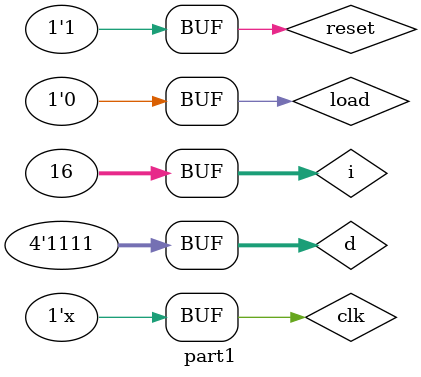
<source format=v>
`timescale 1ns / 1ps


module part1(
    );
    reg clk;
    reg reset;
    reg load;
    reg [3:0] d;
    wire [3:0] q;
    integer i;
    
    reg_sync my_reg(.clk(clk), .reset(reset), .load(load), .d_input(d), .q(q));
    
    always #1 clk=!clk;
    
    initial
        begin
            clk = 0;
            reset = 0;
            load = 1;
            d = 0;
            for(i = 0; i< 16; i = i+1)
                #5 d=i;
            #10;
            clk = 0;
            reset = 1;
            load = 1;
            d = 0;
            for(i = 0; i< 16; i=i+1)
                #5 d = i;
            #10;
            clk = 0;
            reset = 1;
            load = 0;
            for(i =0; i< 16; i=i+1)
                #5 d = i;
            #10;
            end
            
    
endmodule

</source>
